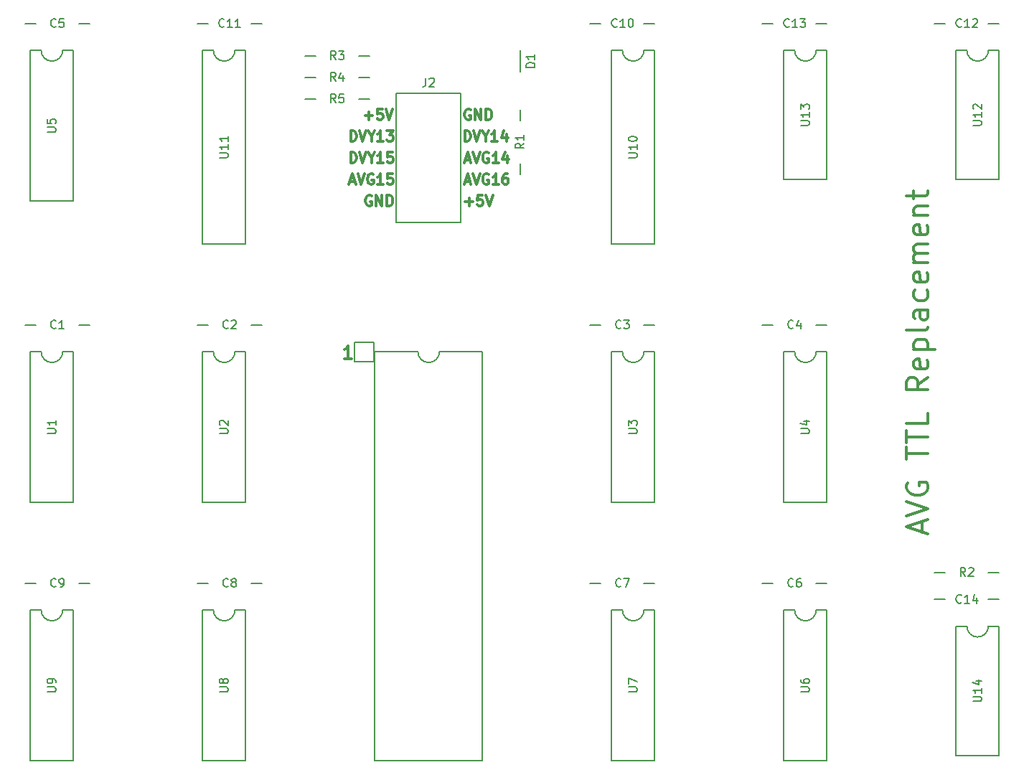
<source format=gbr>
G04 #@! TF.FileFunction,Legend,Top*
%FSLAX46Y46*%
G04 Gerber Fmt 4.6, Leading zero omitted, Abs format (unit mm)*
G04 Created by KiCad (PCBNEW 4.0.7) date 03/16/20 14:44:43*
%MOMM*%
%LPD*%
G01*
G04 APERTURE LIST*
%ADD10C,0.100000*%
%ADD11C,0.300000*%
%ADD12C,0.200000*%
%ADD13C,0.150000*%
G04 APERTURE END LIST*
D10*
D11*
X129968572Y-69385571D02*
X129111429Y-69385571D01*
X129540001Y-69385571D02*
X129540001Y-67885571D01*
X129397144Y-68099857D01*
X129254286Y-68242714D01*
X129111429Y-68314143D01*
D12*
X132588000Y-67437000D02*
X130302000Y-67437000D01*
X132588000Y-69723000D02*
X132588000Y-67437000D01*
X130302000Y-69723000D02*
X132588000Y-69723000D01*
X130302000Y-67437000D02*
X130302000Y-69723000D01*
D11*
X132308715Y-50200000D02*
X132194429Y-50142857D01*
X132023000Y-50142857D01*
X131851572Y-50200000D01*
X131737286Y-50314286D01*
X131680143Y-50428571D01*
X131623000Y-50657143D01*
X131623000Y-50828571D01*
X131680143Y-51057143D01*
X131737286Y-51171429D01*
X131851572Y-51285714D01*
X132023000Y-51342857D01*
X132137286Y-51342857D01*
X132308715Y-51285714D01*
X132365858Y-51228571D01*
X132365858Y-50828571D01*
X132137286Y-50828571D01*
X132880143Y-51342857D02*
X132880143Y-50142857D01*
X133565858Y-51342857D01*
X133565858Y-50142857D01*
X134137286Y-51342857D02*
X134137286Y-50142857D01*
X134423001Y-50142857D01*
X134594429Y-50200000D01*
X134708715Y-50314286D01*
X134765858Y-50428571D01*
X134823001Y-50657143D01*
X134823001Y-50828571D01*
X134765858Y-51057143D01*
X134708715Y-51171429D01*
X134594429Y-51285714D01*
X134423001Y-51342857D01*
X134137286Y-51342857D01*
X129791143Y-48460000D02*
X130362572Y-48460000D01*
X129676858Y-48802857D02*
X130076858Y-47602857D01*
X130476858Y-48802857D01*
X130705429Y-47602857D02*
X131105429Y-48802857D01*
X131505429Y-47602857D01*
X132534000Y-47660000D02*
X132419714Y-47602857D01*
X132248285Y-47602857D01*
X132076857Y-47660000D01*
X131962571Y-47774286D01*
X131905428Y-47888571D01*
X131848285Y-48117143D01*
X131848285Y-48288571D01*
X131905428Y-48517143D01*
X131962571Y-48631429D01*
X132076857Y-48745714D01*
X132248285Y-48802857D01*
X132362571Y-48802857D01*
X132534000Y-48745714D01*
X132591143Y-48688571D01*
X132591143Y-48288571D01*
X132362571Y-48288571D01*
X133734000Y-48802857D02*
X133048285Y-48802857D01*
X133391143Y-48802857D02*
X133391143Y-47602857D01*
X133276857Y-47774286D01*
X133162571Y-47888571D01*
X133048285Y-47945714D01*
X134819714Y-47602857D02*
X134248285Y-47602857D01*
X134191142Y-48174286D01*
X134248285Y-48117143D01*
X134362571Y-48060000D01*
X134648285Y-48060000D01*
X134762571Y-48117143D01*
X134819714Y-48174286D01*
X134876857Y-48288571D01*
X134876857Y-48574286D01*
X134819714Y-48688571D01*
X134762571Y-48745714D01*
X134648285Y-48802857D01*
X134362571Y-48802857D01*
X134248285Y-48745714D01*
X134191142Y-48688571D01*
X129848286Y-46262857D02*
X129848286Y-45062857D01*
X130134001Y-45062857D01*
X130305429Y-45120000D01*
X130419715Y-45234286D01*
X130476858Y-45348571D01*
X130534001Y-45577143D01*
X130534001Y-45748571D01*
X130476858Y-45977143D01*
X130419715Y-46091429D01*
X130305429Y-46205714D01*
X130134001Y-46262857D01*
X129848286Y-46262857D01*
X130876858Y-45062857D02*
X131276858Y-46262857D01*
X131676858Y-45062857D01*
X132305429Y-45691429D02*
X132305429Y-46262857D01*
X131905429Y-45062857D02*
X132305429Y-45691429D01*
X132705429Y-45062857D01*
X133734000Y-46262857D02*
X133048285Y-46262857D01*
X133391143Y-46262857D02*
X133391143Y-45062857D01*
X133276857Y-45234286D01*
X133162571Y-45348571D01*
X133048285Y-45405714D01*
X134819714Y-45062857D02*
X134248285Y-45062857D01*
X134191142Y-45634286D01*
X134248285Y-45577143D01*
X134362571Y-45520000D01*
X134648285Y-45520000D01*
X134762571Y-45577143D01*
X134819714Y-45634286D01*
X134876857Y-45748571D01*
X134876857Y-46034286D01*
X134819714Y-46148571D01*
X134762571Y-46205714D01*
X134648285Y-46262857D01*
X134362571Y-46262857D01*
X134248285Y-46205714D01*
X134191142Y-46148571D01*
X129848286Y-43722857D02*
X129848286Y-42522857D01*
X130134001Y-42522857D01*
X130305429Y-42580000D01*
X130419715Y-42694286D01*
X130476858Y-42808571D01*
X130534001Y-43037143D01*
X130534001Y-43208571D01*
X130476858Y-43437143D01*
X130419715Y-43551429D01*
X130305429Y-43665714D01*
X130134001Y-43722857D01*
X129848286Y-43722857D01*
X130876858Y-42522857D02*
X131276858Y-43722857D01*
X131676858Y-42522857D01*
X132305429Y-43151429D02*
X132305429Y-43722857D01*
X131905429Y-42522857D02*
X132305429Y-43151429D01*
X132705429Y-42522857D01*
X133734000Y-43722857D02*
X133048285Y-43722857D01*
X133391143Y-43722857D02*
X133391143Y-42522857D01*
X133276857Y-42694286D01*
X133162571Y-42808571D01*
X133048285Y-42865714D01*
X134134000Y-42522857D02*
X134876857Y-42522857D01*
X134476857Y-42980000D01*
X134648285Y-42980000D01*
X134762571Y-43037143D01*
X134819714Y-43094286D01*
X134876857Y-43208571D01*
X134876857Y-43494286D01*
X134819714Y-43608571D01*
X134762571Y-43665714D01*
X134648285Y-43722857D01*
X134305428Y-43722857D01*
X134191142Y-43665714D01*
X134134000Y-43608571D01*
X131553143Y-40725714D02*
X132467429Y-40725714D01*
X132010286Y-41182857D02*
X132010286Y-40268571D01*
X133610286Y-39982857D02*
X133038857Y-39982857D01*
X132981714Y-40554286D01*
X133038857Y-40497143D01*
X133153143Y-40440000D01*
X133438857Y-40440000D01*
X133553143Y-40497143D01*
X133610286Y-40554286D01*
X133667429Y-40668571D01*
X133667429Y-40954286D01*
X133610286Y-41068571D01*
X133553143Y-41125714D01*
X133438857Y-41182857D01*
X133153143Y-41182857D01*
X133038857Y-41125714D01*
X132981714Y-41068571D01*
X134010286Y-39982857D02*
X134410286Y-41182857D01*
X134810286Y-39982857D01*
X143364143Y-50885714D02*
X144278429Y-50885714D01*
X143821286Y-51342857D02*
X143821286Y-50428571D01*
X145421286Y-50142857D02*
X144849857Y-50142857D01*
X144792714Y-50714286D01*
X144849857Y-50657143D01*
X144964143Y-50600000D01*
X145249857Y-50600000D01*
X145364143Y-50657143D01*
X145421286Y-50714286D01*
X145478429Y-50828571D01*
X145478429Y-51114286D01*
X145421286Y-51228571D01*
X145364143Y-51285714D01*
X145249857Y-51342857D01*
X144964143Y-51342857D01*
X144849857Y-51285714D01*
X144792714Y-51228571D01*
X145821286Y-50142857D02*
X146221286Y-51342857D01*
X146621286Y-50142857D01*
X143380143Y-48460000D02*
X143951572Y-48460000D01*
X143265858Y-48802857D02*
X143665858Y-47602857D01*
X144065858Y-48802857D01*
X144294429Y-47602857D02*
X144694429Y-48802857D01*
X145094429Y-47602857D01*
X146123000Y-47660000D02*
X146008714Y-47602857D01*
X145837285Y-47602857D01*
X145665857Y-47660000D01*
X145551571Y-47774286D01*
X145494428Y-47888571D01*
X145437285Y-48117143D01*
X145437285Y-48288571D01*
X145494428Y-48517143D01*
X145551571Y-48631429D01*
X145665857Y-48745714D01*
X145837285Y-48802857D01*
X145951571Y-48802857D01*
X146123000Y-48745714D01*
X146180143Y-48688571D01*
X146180143Y-48288571D01*
X145951571Y-48288571D01*
X147323000Y-48802857D02*
X146637285Y-48802857D01*
X146980143Y-48802857D02*
X146980143Y-47602857D01*
X146865857Y-47774286D01*
X146751571Y-47888571D01*
X146637285Y-47945714D01*
X148351571Y-47602857D02*
X148123000Y-47602857D01*
X148008714Y-47660000D01*
X147951571Y-47717143D01*
X147837285Y-47888571D01*
X147780142Y-48117143D01*
X147780142Y-48574286D01*
X147837285Y-48688571D01*
X147894428Y-48745714D01*
X148008714Y-48802857D01*
X148237285Y-48802857D01*
X148351571Y-48745714D01*
X148408714Y-48688571D01*
X148465857Y-48574286D01*
X148465857Y-48288571D01*
X148408714Y-48174286D01*
X148351571Y-48117143D01*
X148237285Y-48060000D01*
X148008714Y-48060000D01*
X147894428Y-48117143D01*
X147837285Y-48174286D01*
X147780142Y-48288571D01*
X143380143Y-45920000D02*
X143951572Y-45920000D01*
X143265858Y-46262857D02*
X143665858Y-45062857D01*
X144065858Y-46262857D01*
X144294429Y-45062857D02*
X144694429Y-46262857D01*
X145094429Y-45062857D01*
X146123000Y-45120000D02*
X146008714Y-45062857D01*
X145837285Y-45062857D01*
X145665857Y-45120000D01*
X145551571Y-45234286D01*
X145494428Y-45348571D01*
X145437285Y-45577143D01*
X145437285Y-45748571D01*
X145494428Y-45977143D01*
X145551571Y-46091429D01*
X145665857Y-46205714D01*
X145837285Y-46262857D01*
X145951571Y-46262857D01*
X146123000Y-46205714D01*
X146180143Y-46148571D01*
X146180143Y-45748571D01*
X145951571Y-45748571D01*
X147323000Y-46262857D02*
X146637285Y-46262857D01*
X146980143Y-46262857D02*
X146980143Y-45062857D01*
X146865857Y-45234286D01*
X146751571Y-45348571D01*
X146637285Y-45405714D01*
X148351571Y-45462857D02*
X148351571Y-46262857D01*
X148065857Y-45005714D02*
X147780142Y-45862857D01*
X148523000Y-45862857D01*
X143310286Y-43722857D02*
X143310286Y-42522857D01*
X143596001Y-42522857D01*
X143767429Y-42580000D01*
X143881715Y-42694286D01*
X143938858Y-42808571D01*
X143996001Y-43037143D01*
X143996001Y-43208571D01*
X143938858Y-43437143D01*
X143881715Y-43551429D01*
X143767429Y-43665714D01*
X143596001Y-43722857D01*
X143310286Y-43722857D01*
X144338858Y-42522857D02*
X144738858Y-43722857D01*
X145138858Y-42522857D01*
X145767429Y-43151429D02*
X145767429Y-43722857D01*
X145367429Y-42522857D02*
X145767429Y-43151429D01*
X146167429Y-42522857D01*
X147196000Y-43722857D02*
X146510285Y-43722857D01*
X146853143Y-43722857D02*
X146853143Y-42522857D01*
X146738857Y-42694286D01*
X146624571Y-42808571D01*
X146510285Y-42865714D01*
X148224571Y-42922857D02*
X148224571Y-43722857D01*
X147938857Y-42465714D02*
X147653142Y-43322857D01*
X148396000Y-43322857D01*
X143992715Y-40040000D02*
X143878429Y-39982857D01*
X143707000Y-39982857D01*
X143535572Y-40040000D01*
X143421286Y-40154286D01*
X143364143Y-40268571D01*
X143307000Y-40497143D01*
X143307000Y-40668571D01*
X143364143Y-40897143D01*
X143421286Y-41011429D01*
X143535572Y-41125714D01*
X143707000Y-41182857D01*
X143821286Y-41182857D01*
X143992715Y-41125714D01*
X144049858Y-41068571D01*
X144049858Y-40668571D01*
X143821286Y-40668571D01*
X144564143Y-41182857D02*
X144564143Y-39982857D01*
X145249858Y-41182857D01*
X145249858Y-39982857D01*
X145821286Y-41182857D02*
X145821286Y-39982857D01*
X146107001Y-39982857D01*
X146278429Y-40040000D01*
X146392715Y-40154286D01*
X146449858Y-40268571D01*
X146507001Y-40497143D01*
X146507001Y-40668571D01*
X146449858Y-40897143D01*
X146392715Y-41011429D01*
X146278429Y-41125714D01*
X146107001Y-41182857D01*
X145821286Y-41182857D01*
X197273333Y-89867618D02*
X197273333Y-88658095D01*
X197999048Y-90109523D02*
X195459048Y-89262857D01*
X197999048Y-88416190D01*
X195459048Y-87932380D02*
X197999048Y-87085714D01*
X195459048Y-86239047D01*
X195580000Y-84061904D02*
X195459048Y-84303809D01*
X195459048Y-84666666D01*
X195580000Y-85029523D01*
X195821905Y-85271428D01*
X196063810Y-85392380D01*
X196547619Y-85513332D01*
X196910476Y-85513332D01*
X197394286Y-85392380D01*
X197636190Y-85271428D01*
X197878095Y-85029523D01*
X197999048Y-84666666D01*
X197999048Y-84424761D01*
X197878095Y-84061904D01*
X197757143Y-83940952D01*
X196910476Y-83940952D01*
X196910476Y-84424761D01*
X195459048Y-81279999D02*
X195459048Y-79828571D01*
X197999048Y-80554285D02*
X195459048Y-80554285D01*
X195459048Y-79344761D02*
X195459048Y-77893333D01*
X197999048Y-78619047D02*
X195459048Y-78619047D01*
X197999048Y-75837142D02*
X197999048Y-77046666D01*
X195459048Y-77046666D01*
X197999048Y-71603810D02*
X196789524Y-72450476D01*
X197999048Y-73055238D02*
X195459048Y-73055238D01*
X195459048Y-72087619D01*
X195580000Y-71845714D01*
X195700952Y-71724762D01*
X195942857Y-71603810D01*
X196305714Y-71603810D01*
X196547619Y-71724762D01*
X196668571Y-71845714D01*
X196789524Y-72087619D01*
X196789524Y-73055238D01*
X197878095Y-69547619D02*
X197999048Y-69789524D01*
X197999048Y-70273333D01*
X197878095Y-70515238D01*
X197636190Y-70636190D01*
X196668571Y-70636190D01*
X196426667Y-70515238D01*
X196305714Y-70273333D01*
X196305714Y-69789524D01*
X196426667Y-69547619D01*
X196668571Y-69426667D01*
X196910476Y-69426667D01*
X197152381Y-70636190D01*
X196305714Y-68338095D02*
X198845714Y-68338095D01*
X196426667Y-68338095D02*
X196305714Y-68096190D01*
X196305714Y-67612381D01*
X196426667Y-67370476D01*
X196547619Y-67249524D01*
X196789524Y-67128571D01*
X197515238Y-67128571D01*
X197757143Y-67249524D01*
X197878095Y-67370476D01*
X197999048Y-67612381D01*
X197999048Y-68096190D01*
X197878095Y-68338095D01*
X197999048Y-65677143D02*
X197878095Y-65919048D01*
X197636190Y-66040000D01*
X195459048Y-66040000D01*
X197999048Y-63620953D02*
X196668571Y-63620953D01*
X196426667Y-63741905D01*
X196305714Y-63983810D01*
X196305714Y-64467619D01*
X196426667Y-64709524D01*
X197878095Y-63620953D02*
X197999048Y-63862857D01*
X197999048Y-64467619D01*
X197878095Y-64709524D01*
X197636190Y-64830476D01*
X197394286Y-64830476D01*
X197152381Y-64709524D01*
X197031429Y-64467619D01*
X197031429Y-63862857D01*
X196910476Y-63620953D01*
X197878095Y-61322858D02*
X197999048Y-61564762D01*
X197999048Y-62048572D01*
X197878095Y-62290477D01*
X197757143Y-62411429D01*
X197515238Y-62532381D01*
X196789524Y-62532381D01*
X196547619Y-62411429D01*
X196426667Y-62290477D01*
X196305714Y-62048572D01*
X196305714Y-61564762D01*
X196426667Y-61322858D01*
X197878095Y-59266667D02*
X197999048Y-59508572D01*
X197999048Y-59992381D01*
X197878095Y-60234286D01*
X197636190Y-60355238D01*
X196668571Y-60355238D01*
X196426667Y-60234286D01*
X196305714Y-59992381D01*
X196305714Y-59508572D01*
X196426667Y-59266667D01*
X196668571Y-59145715D01*
X196910476Y-59145715D01*
X197152381Y-60355238D01*
X197999048Y-58057143D02*
X196305714Y-58057143D01*
X196547619Y-58057143D02*
X196426667Y-57936191D01*
X196305714Y-57694286D01*
X196305714Y-57331429D01*
X196426667Y-57089524D01*
X196668571Y-56968572D01*
X197999048Y-56968572D01*
X196668571Y-56968572D02*
X196426667Y-56847619D01*
X196305714Y-56605715D01*
X196305714Y-56242857D01*
X196426667Y-56000953D01*
X196668571Y-55880000D01*
X197999048Y-55880000D01*
X197878095Y-53702857D02*
X197999048Y-53944762D01*
X197999048Y-54428571D01*
X197878095Y-54670476D01*
X197636190Y-54791428D01*
X196668571Y-54791428D01*
X196426667Y-54670476D01*
X196305714Y-54428571D01*
X196305714Y-53944762D01*
X196426667Y-53702857D01*
X196668571Y-53581905D01*
X196910476Y-53581905D01*
X197152381Y-54791428D01*
X196305714Y-52493333D02*
X197999048Y-52493333D01*
X196547619Y-52493333D02*
X196426667Y-52372381D01*
X196305714Y-52130476D01*
X196305714Y-51767619D01*
X196426667Y-51525714D01*
X196668571Y-51404762D01*
X197999048Y-51404762D01*
X196305714Y-50558095D02*
X196305714Y-49590476D01*
X195459048Y-50195238D02*
X197636190Y-50195238D01*
X197878095Y-50074286D01*
X197999048Y-49832381D01*
X197999048Y-49590476D01*
D13*
X139065000Y-69850000D02*
G75*
G03X140335000Y-68580000I0J1270000D01*
G01*
X137795000Y-68580000D02*
G75*
G03X139065000Y-69850000I1270000J0D01*
G01*
X132715000Y-68580000D02*
X137795000Y-68580000D01*
X132715000Y-68580000D02*
X132715000Y-116840000D01*
X132715000Y-116840000D02*
X145415000Y-116840000D01*
X145415000Y-116840000D02*
X145415000Y-68580000D01*
X145415000Y-68580000D02*
X140335000Y-68580000D01*
X97155000Y-86360000D02*
X97155000Y-68580000D01*
X92075000Y-68580000D02*
X92075000Y-86360000D01*
X93345000Y-68580000D02*
G75*
G03X94615000Y-69850000I1270000J0D01*
G01*
X94615000Y-69850000D02*
G75*
G03X95885000Y-68580000I0J1270000D01*
G01*
X93345000Y-68580000D02*
X92075000Y-68580000D01*
X92075000Y-86360000D02*
X97155000Y-86360000D01*
X97155000Y-68580000D02*
X95885000Y-68580000D01*
X135255000Y-38100000D02*
X135255000Y-53340000D01*
X135255000Y-53340000D02*
X142875000Y-53340000D01*
X142875000Y-53340000D02*
X142875000Y-38100000D01*
X142875000Y-38100000D02*
X135255000Y-38100000D01*
X97155000Y-116840000D02*
X97155000Y-99060000D01*
X92075000Y-99060000D02*
X92075000Y-116840000D01*
X93345000Y-99060000D02*
G75*
G03X94615000Y-100330000I1270000J0D01*
G01*
X94615000Y-100330000D02*
G75*
G03X95885000Y-99060000I0J1270000D01*
G01*
X93345000Y-99060000D02*
X92075000Y-99060000D01*
X92075000Y-116840000D02*
X97155000Y-116840000D01*
X97155000Y-99060000D02*
X95885000Y-99060000D01*
X117475000Y-86360000D02*
X117475000Y-68580000D01*
X112395000Y-68580000D02*
X112395000Y-86360000D01*
X113665000Y-68580000D02*
G75*
G03X114935000Y-69850000I1270000J0D01*
G01*
X114935000Y-69850000D02*
G75*
G03X116205000Y-68580000I0J1270000D01*
G01*
X113665000Y-68580000D02*
X112395000Y-68580000D01*
X112395000Y-86360000D02*
X117475000Y-86360000D01*
X117475000Y-68580000D02*
X116205000Y-68580000D01*
X161925000Y-33020000D02*
G75*
G03X163195000Y-34290000I1270000J0D01*
G01*
X163195000Y-34290000D02*
G75*
G03X164465000Y-33020000I0J1270000D01*
G01*
X160655000Y-33020000D02*
X161925000Y-33020000D01*
X160655000Y-33020000D02*
X160655000Y-55880000D01*
X160655000Y-55880000D02*
X165735000Y-55880000D01*
X165735000Y-55880000D02*
X165735000Y-33020000D01*
X165735000Y-33020000D02*
X164465000Y-33020000D01*
X113665000Y-33020000D02*
G75*
G03X114935000Y-34290000I1270000J0D01*
G01*
X114935000Y-34290000D02*
G75*
G03X116205000Y-33020000I0J1270000D01*
G01*
X112395000Y-33020000D02*
X113665000Y-33020000D01*
X112395000Y-33020000D02*
X112395000Y-55880000D01*
X112395000Y-55880000D02*
X117475000Y-55880000D01*
X117475000Y-55880000D02*
X117475000Y-33020000D01*
X117475000Y-33020000D02*
X116205000Y-33020000D01*
X92710000Y-65405000D02*
X91440000Y-65405000D01*
X99060000Y-65405000D02*
X97790000Y-65405000D01*
X113030000Y-65405000D02*
X111760000Y-65405000D01*
X119380000Y-65405000D02*
X118110000Y-65405000D01*
X159385000Y-65405000D02*
X158115000Y-65405000D01*
X165735000Y-65405000D02*
X164465000Y-65405000D01*
X179705000Y-65405000D02*
X178435000Y-65405000D01*
X186055000Y-65405000D02*
X184785000Y-65405000D01*
X92710000Y-29845000D02*
X91440000Y-29845000D01*
X99060000Y-29845000D02*
X97790000Y-29845000D01*
X179705000Y-95885000D02*
X178435000Y-95885000D01*
X186055000Y-95885000D02*
X184785000Y-95885000D01*
X159385000Y-95885000D02*
X158115000Y-95885000D01*
X165735000Y-95885000D02*
X164465000Y-95885000D01*
X113030000Y-95885000D02*
X111760000Y-95885000D01*
X119380000Y-95885000D02*
X118110000Y-95885000D01*
X92710000Y-95885000D02*
X91440000Y-95885000D01*
X99060000Y-95885000D02*
X97790000Y-95885000D01*
X159385000Y-29845000D02*
X158115000Y-29845000D01*
X165735000Y-29845000D02*
X164465000Y-29845000D01*
X113030000Y-29845000D02*
X111760000Y-29845000D01*
X119380000Y-29845000D02*
X118110000Y-29845000D01*
X200025000Y-29845000D02*
X198755000Y-29845000D01*
X206375000Y-29845000D02*
X205105000Y-29845000D01*
X179705000Y-29845000D02*
X178435000Y-29845000D01*
X186055000Y-29845000D02*
X184785000Y-29845000D01*
X200025000Y-97790000D02*
X198755000Y-97790000D01*
X206375000Y-97790000D02*
X205105000Y-97790000D01*
X149860000Y-33020000D02*
X149860000Y-35560000D01*
X149860000Y-35560000D02*
X149860000Y-34290000D01*
X149860000Y-47625000D02*
X149860000Y-46355000D01*
X149860000Y-40005000D02*
X149860000Y-41275000D01*
X198755000Y-94615000D02*
X200025000Y-94615000D01*
X206375000Y-94615000D02*
X205105000Y-94615000D01*
X124460000Y-33655000D02*
X125730000Y-33655000D01*
X132080000Y-33655000D02*
X130810000Y-33655000D01*
X124460000Y-36195000D02*
X125730000Y-36195000D01*
X132080000Y-36195000D02*
X130810000Y-36195000D01*
X124460000Y-38735000D02*
X125730000Y-38735000D01*
X132080000Y-38735000D02*
X130810000Y-38735000D01*
X165735000Y-86360000D02*
X165735000Y-68580000D01*
X160655000Y-68580000D02*
X160655000Y-86360000D01*
X161925000Y-68580000D02*
G75*
G03X163195000Y-69850000I1270000J0D01*
G01*
X163195000Y-69850000D02*
G75*
G03X164465000Y-68580000I0J1270000D01*
G01*
X161925000Y-68580000D02*
X160655000Y-68580000D01*
X160655000Y-86360000D02*
X165735000Y-86360000D01*
X165735000Y-68580000D02*
X164465000Y-68580000D01*
X186055000Y-86360000D02*
X186055000Y-68580000D01*
X180975000Y-68580000D02*
X180975000Y-86360000D01*
X182245000Y-68580000D02*
G75*
G03X183515000Y-69850000I1270000J0D01*
G01*
X183515000Y-69850000D02*
G75*
G03X184785000Y-68580000I0J1270000D01*
G01*
X182245000Y-68580000D02*
X180975000Y-68580000D01*
X180975000Y-86360000D02*
X186055000Y-86360000D01*
X186055000Y-68580000D02*
X184785000Y-68580000D01*
X97155000Y-50800000D02*
X97155000Y-33020000D01*
X92075000Y-33020000D02*
X92075000Y-50800000D01*
X93345000Y-33020000D02*
G75*
G03X94615000Y-34290000I1270000J0D01*
G01*
X94615000Y-34290000D02*
G75*
G03X95885000Y-33020000I0J1270000D01*
G01*
X93345000Y-33020000D02*
X92075000Y-33020000D01*
X92075000Y-50800000D02*
X97155000Y-50800000D01*
X97155000Y-33020000D02*
X95885000Y-33020000D01*
X186055000Y-116840000D02*
X186055000Y-99060000D01*
X180975000Y-99060000D02*
X180975000Y-116840000D01*
X182245000Y-99060000D02*
G75*
G03X183515000Y-100330000I1270000J0D01*
G01*
X183515000Y-100330000D02*
G75*
G03X184785000Y-99060000I0J1270000D01*
G01*
X182245000Y-99060000D02*
X180975000Y-99060000D01*
X180975000Y-116840000D02*
X186055000Y-116840000D01*
X186055000Y-99060000D02*
X184785000Y-99060000D01*
X165735000Y-116840000D02*
X165735000Y-99060000D01*
X160655000Y-99060000D02*
X160655000Y-116840000D01*
X161925000Y-99060000D02*
G75*
G03X163195000Y-100330000I1270000J0D01*
G01*
X163195000Y-100330000D02*
G75*
G03X164465000Y-99060000I0J1270000D01*
G01*
X161925000Y-99060000D02*
X160655000Y-99060000D01*
X160655000Y-116840000D02*
X165735000Y-116840000D01*
X165735000Y-99060000D02*
X164465000Y-99060000D01*
X117475000Y-116840000D02*
X117475000Y-99060000D01*
X112395000Y-99060000D02*
X112395000Y-116840000D01*
X113665000Y-99060000D02*
G75*
G03X114935000Y-100330000I1270000J0D01*
G01*
X114935000Y-100330000D02*
G75*
G03X116205000Y-99060000I0J1270000D01*
G01*
X113665000Y-99060000D02*
X112395000Y-99060000D01*
X112395000Y-116840000D02*
X117475000Y-116840000D01*
X117475000Y-99060000D02*
X116205000Y-99060000D01*
X202565000Y-33020000D02*
G75*
G03X203835000Y-34290000I1270000J0D01*
G01*
X203835000Y-34290000D02*
G75*
G03X205105000Y-33020000I0J1270000D01*
G01*
X201295000Y-33020000D02*
X202565000Y-33020000D01*
X201295000Y-33020000D02*
X201295000Y-48260000D01*
X201295000Y-48260000D02*
X206375000Y-48260000D01*
X206375000Y-48260000D02*
X206375000Y-33020000D01*
X206375000Y-33020000D02*
X205105000Y-33020000D01*
X182245000Y-33020000D02*
G75*
G03X183515000Y-34290000I1270000J0D01*
G01*
X183515000Y-34290000D02*
G75*
G03X184785000Y-33020000I0J1270000D01*
G01*
X180975000Y-33020000D02*
X182245000Y-33020000D01*
X180975000Y-33020000D02*
X180975000Y-48260000D01*
X180975000Y-48260000D02*
X186055000Y-48260000D01*
X186055000Y-48260000D02*
X186055000Y-33020000D01*
X186055000Y-33020000D02*
X184785000Y-33020000D01*
X202565000Y-100965000D02*
G75*
G03X203835000Y-102235000I1270000J0D01*
G01*
X203835000Y-102235000D02*
G75*
G03X205105000Y-100965000I0J1270000D01*
G01*
X201295000Y-100965000D02*
X202565000Y-100965000D01*
X201295000Y-100965000D02*
X201295000Y-116205000D01*
X201295000Y-116205000D02*
X206375000Y-116205000D01*
X206375000Y-116205000D02*
X206375000Y-100965000D01*
X206375000Y-100965000D02*
X205105000Y-100965000D01*
X94067381Y-78231905D02*
X94876905Y-78231905D01*
X94972143Y-78184286D01*
X95019762Y-78136667D01*
X95067381Y-78041429D01*
X95067381Y-77850952D01*
X95019762Y-77755714D01*
X94972143Y-77708095D01*
X94876905Y-77660476D01*
X94067381Y-77660476D01*
X95067381Y-76660476D02*
X95067381Y-77231905D01*
X95067381Y-76946191D02*
X94067381Y-76946191D01*
X94210238Y-77041429D01*
X94305476Y-77136667D01*
X94353095Y-77231905D01*
X138731667Y-36282381D02*
X138731667Y-36996667D01*
X138684047Y-37139524D01*
X138588809Y-37234762D01*
X138445952Y-37282381D01*
X138350714Y-37282381D01*
X139160238Y-36377619D02*
X139207857Y-36330000D01*
X139303095Y-36282381D01*
X139541191Y-36282381D01*
X139636429Y-36330000D01*
X139684048Y-36377619D01*
X139731667Y-36472857D01*
X139731667Y-36568095D01*
X139684048Y-36710952D01*
X139112619Y-37282381D01*
X139731667Y-37282381D01*
X94067381Y-108711905D02*
X94876905Y-108711905D01*
X94972143Y-108664286D01*
X95019762Y-108616667D01*
X95067381Y-108521429D01*
X95067381Y-108330952D01*
X95019762Y-108235714D01*
X94972143Y-108188095D01*
X94876905Y-108140476D01*
X94067381Y-108140476D01*
X95067381Y-107616667D02*
X95067381Y-107426191D01*
X95019762Y-107330952D01*
X94972143Y-107283333D01*
X94829286Y-107188095D01*
X94638810Y-107140476D01*
X94257857Y-107140476D01*
X94162619Y-107188095D01*
X94115000Y-107235714D01*
X94067381Y-107330952D01*
X94067381Y-107521429D01*
X94115000Y-107616667D01*
X94162619Y-107664286D01*
X94257857Y-107711905D01*
X94495952Y-107711905D01*
X94591190Y-107664286D01*
X94638810Y-107616667D01*
X94686429Y-107521429D01*
X94686429Y-107330952D01*
X94638810Y-107235714D01*
X94591190Y-107188095D01*
X94495952Y-107140476D01*
X114387381Y-78231905D02*
X115196905Y-78231905D01*
X115292143Y-78184286D01*
X115339762Y-78136667D01*
X115387381Y-78041429D01*
X115387381Y-77850952D01*
X115339762Y-77755714D01*
X115292143Y-77708095D01*
X115196905Y-77660476D01*
X114387381Y-77660476D01*
X114482619Y-77231905D02*
X114435000Y-77184286D01*
X114387381Y-77089048D01*
X114387381Y-76850952D01*
X114435000Y-76755714D01*
X114482619Y-76708095D01*
X114577857Y-76660476D01*
X114673095Y-76660476D01*
X114815952Y-76708095D01*
X115387381Y-77279524D01*
X115387381Y-76660476D01*
X162647381Y-45688095D02*
X163456905Y-45688095D01*
X163552143Y-45640476D01*
X163599762Y-45592857D01*
X163647381Y-45497619D01*
X163647381Y-45307142D01*
X163599762Y-45211904D01*
X163552143Y-45164285D01*
X163456905Y-45116666D01*
X162647381Y-45116666D01*
X163647381Y-44116666D02*
X163647381Y-44688095D01*
X163647381Y-44402381D02*
X162647381Y-44402381D01*
X162790238Y-44497619D01*
X162885476Y-44592857D01*
X162933095Y-44688095D01*
X162647381Y-43497619D02*
X162647381Y-43402380D01*
X162695000Y-43307142D01*
X162742619Y-43259523D01*
X162837857Y-43211904D01*
X163028333Y-43164285D01*
X163266429Y-43164285D01*
X163456905Y-43211904D01*
X163552143Y-43259523D01*
X163599762Y-43307142D01*
X163647381Y-43402380D01*
X163647381Y-43497619D01*
X163599762Y-43592857D01*
X163552143Y-43640476D01*
X163456905Y-43688095D01*
X163266429Y-43735714D01*
X163028333Y-43735714D01*
X162837857Y-43688095D01*
X162742619Y-43640476D01*
X162695000Y-43592857D01*
X162647381Y-43497619D01*
X114387381Y-45688095D02*
X115196905Y-45688095D01*
X115292143Y-45640476D01*
X115339762Y-45592857D01*
X115387381Y-45497619D01*
X115387381Y-45307142D01*
X115339762Y-45211904D01*
X115292143Y-45164285D01*
X115196905Y-45116666D01*
X114387381Y-45116666D01*
X115387381Y-44116666D02*
X115387381Y-44688095D01*
X115387381Y-44402381D02*
X114387381Y-44402381D01*
X114530238Y-44497619D01*
X114625476Y-44592857D01*
X114673095Y-44688095D01*
X115387381Y-43164285D02*
X115387381Y-43735714D01*
X115387381Y-43450000D02*
X114387381Y-43450000D01*
X114530238Y-43545238D01*
X114625476Y-43640476D01*
X114673095Y-43735714D01*
X95083334Y-65762143D02*
X95035715Y-65809762D01*
X94892858Y-65857381D01*
X94797620Y-65857381D01*
X94654762Y-65809762D01*
X94559524Y-65714524D01*
X94511905Y-65619286D01*
X94464286Y-65428810D01*
X94464286Y-65285952D01*
X94511905Y-65095476D01*
X94559524Y-65000238D01*
X94654762Y-64905000D01*
X94797620Y-64857381D01*
X94892858Y-64857381D01*
X95035715Y-64905000D01*
X95083334Y-64952619D01*
X96035715Y-65857381D02*
X95464286Y-65857381D01*
X95750000Y-65857381D02*
X95750000Y-64857381D01*
X95654762Y-65000238D01*
X95559524Y-65095476D01*
X95464286Y-65143095D01*
X115403334Y-65762143D02*
X115355715Y-65809762D01*
X115212858Y-65857381D01*
X115117620Y-65857381D01*
X114974762Y-65809762D01*
X114879524Y-65714524D01*
X114831905Y-65619286D01*
X114784286Y-65428810D01*
X114784286Y-65285952D01*
X114831905Y-65095476D01*
X114879524Y-65000238D01*
X114974762Y-64905000D01*
X115117620Y-64857381D01*
X115212858Y-64857381D01*
X115355715Y-64905000D01*
X115403334Y-64952619D01*
X115784286Y-64952619D02*
X115831905Y-64905000D01*
X115927143Y-64857381D01*
X116165239Y-64857381D01*
X116260477Y-64905000D01*
X116308096Y-64952619D01*
X116355715Y-65047857D01*
X116355715Y-65143095D01*
X116308096Y-65285952D01*
X115736667Y-65857381D01*
X116355715Y-65857381D01*
X161758334Y-65762143D02*
X161710715Y-65809762D01*
X161567858Y-65857381D01*
X161472620Y-65857381D01*
X161329762Y-65809762D01*
X161234524Y-65714524D01*
X161186905Y-65619286D01*
X161139286Y-65428810D01*
X161139286Y-65285952D01*
X161186905Y-65095476D01*
X161234524Y-65000238D01*
X161329762Y-64905000D01*
X161472620Y-64857381D01*
X161567858Y-64857381D01*
X161710715Y-64905000D01*
X161758334Y-64952619D01*
X162091667Y-64857381D02*
X162710715Y-64857381D01*
X162377381Y-65238333D01*
X162520239Y-65238333D01*
X162615477Y-65285952D01*
X162663096Y-65333571D01*
X162710715Y-65428810D01*
X162710715Y-65666905D01*
X162663096Y-65762143D01*
X162615477Y-65809762D01*
X162520239Y-65857381D01*
X162234524Y-65857381D01*
X162139286Y-65809762D01*
X162091667Y-65762143D01*
X182078334Y-65762143D02*
X182030715Y-65809762D01*
X181887858Y-65857381D01*
X181792620Y-65857381D01*
X181649762Y-65809762D01*
X181554524Y-65714524D01*
X181506905Y-65619286D01*
X181459286Y-65428810D01*
X181459286Y-65285952D01*
X181506905Y-65095476D01*
X181554524Y-65000238D01*
X181649762Y-64905000D01*
X181792620Y-64857381D01*
X181887858Y-64857381D01*
X182030715Y-64905000D01*
X182078334Y-64952619D01*
X182935477Y-65190714D02*
X182935477Y-65857381D01*
X182697381Y-64809762D02*
X182459286Y-65524048D01*
X183078334Y-65524048D01*
X95083334Y-30202143D02*
X95035715Y-30249762D01*
X94892858Y-30297381D01*
X94797620Y-30297381D01*
X94654762Y-30249762D01*
X94559524Y-30154524D01*
X94511905Y-30059286D01*
X94464286Y-29868810D01*
X94464286Y-29725952D01*
X94511905Y-29535476D01*
X94559524Y-29440238D01*
X94654762Y-29345000D01*
X94797620Y-29297381D01*
X94892858Y-29297381D01*
X95035715Y-29345000D01*
X95083334Y-29392619D01*
X95988096Y-29297381D02*
X95511905Y-29297381D01*
X95464286Y-29773571D01*
X95511905Y-29725952D01*
X95607143Y-29678333D01*
X95845239Y-29678333D01*
X95940477Y-29725952D01*
X95988096Y-29773571D01*
X96035715Y-29868810D01*
X96035715Y-30106905D01*
X95988096Y-30202143D01*
X95940477Y-30249762D01*
X95845239Y-30297381D01*
X95607143Y-30297381D01*
X95511905Y-30249762D01*
X95464286Y-30202143D01*
X182078334Y-96242143D02*
X182030715Y-96289762D01*
X181887858Y-96337381D01*
X181792620Y-96337381D01*
X181649762Y-96289762D01*
X181554524Y-96194524D01*
X181506905Y-96099286D01*
X181459286Y-95908810D01*
X181459286Y-95765952D01*
X181506905Y-95575476D01*
X181554524Y-95480238D01*
X181649762Y-95385000D01*
X181792620Y-95337381D01*
X181887858Y-95337381D01*
X182030715Y-95385000D01*
X182078334Y-95432619D01*
X182935477Y-95337381D02*
X182745000Y-95337381D01*
X182649762Y-95385000D01*
X182602143Y-95432619D01*
X182506905Y-95575476D01*
X182459286Y-95765952D01*
X182459286Y-96146905D01*
X182506905Y-96242143D01*
X182554524Y-96289762D01*
X182649762Y-96337381D01*
X182840239Y-96337381D01*
X182935477Y-96289762D01*
X182983096Y-96242143D01*
X183030715Y-96146905D01*
X183030715Y-95908810D01*
X182983096Y-95813571D01*
X182935477Y-95765952D01*
X182840239Y-95718333D01*
X182649762Y-95718333D01*
X182554524Y-95765952D01*
X182506905Y-95813571D01*
X182459286Y-95908810D01*
X161758334Y-96242143D02*
X161710715Y-96289762D01*
X161567858Y-96337381D01*
X161472620Y-96337381D01*
X161329762Y-96289762D01*
X161234524Y-96194524D01*
X161186905Y-96099286D01*
X161139286Y-95908810D01*
X161139286Y-95765952D01*
X161186905Y-95575476D01*
X161234524Y-95480238D01*
X161329762Y-95385000D01*
X161472620Y-95337381D01*
X161567858Y-95337381D01*
X161710715Y-95385000D01*
X161758334Y-95432619D01*
X162091667Y-95337381D02*
X162758334Y-95337381D01*
X162329762Y-96337381D01*
X115403334Y-96242143D02*
X115355715Y-96289762D01*
X115212858Y-96337381D01*
X115117620Y-96337381D01*
X114974762Y-96289762D01*
X114879524Y-96194524D01*
X114831905Y-96099286D01*
X114784286Y-95908810D01*
X114784286Y-95765952D01*
X114831905Y-95575476D01*
X114879524Y-95480238D01*
X114974762Y-95385000D01*
X115117620Y-95337381D01*
X115212858Y-95337381D01*
X115355715Y-95385000D01*
X115403334Y-95432619D01*
X115974762Y-95765952D02*
X115879524Y-95718333D01*
X115831905Y-95670714D01*
X115784286Y-95575476D01*
X115784286Y-95527857D01*
X115831905Y-95432619D01*
X115879524Y-95385000D01*
X115974762Y-95337381D01*
X116165239Y-95337381D01*
X116260477Y-95385000D01*
X116308096Y-95432619D01*
X116355715Y-95527857D01*
X116355715Y-95575476D01*
X116308096Y-95670714D01*
X116260477Y-95718333D01*
X116165239Y-95765952D01*
X115974762Y-95765952D01*
X115879524Y-95813571D01*
X115831905Y-95861190D01*
X115784286Y-95956429D01*
X115784286Y-96146905D01*
X115831905Y-96242143D01*
X115879524Y-96289762D01*
X115974762Y-96337381D01*
X116165239Y-96337381D01*
X116260477Y-96289762D01*
X116308096Y-96242143D01*
X116355715Y-96146905D01*
X116355715Y-95956429D01*
X116308096Y-95861190D01*
X116260477Y-95813571D01*
X116165239Y-95765952D01*
X95083334Y-96242143D02*
X95035715Y-96289762D01*
X94892858Y-96337381D01*
X94797620Y-96337381D01*
X94654762Y-96289762D01*
X94559524Y-96194524D01*
X94511905Y-96099286D01*
X94464286Y-95908810D01*
X94464286Y-95765952D01*
X94511905Y-95575476D01*
X94559524Y-95480238D01*
X94654762Y-95385000D01*
X94797620Y-95337381D01*
X94892858Y-95337381D01*
X95035715Y-95385000D01*
X95083334Y-95432619D01*
X95559524Y-96337381D02*
X95750000Y-96337381D01*
X95845239Y-96289762D01*
X95892858Y-96242143D01*
X95988096Y-96099286D01*
X96035715Y-95908810D01*
X96035715Y-95527857D01*
X95988096Y-95432619D01*
X95940477Y-95385000D01*
X95845239Y-95337381D01*
X95654762Y-95337381D01*
X95559524Y-95385000D01*
X95511905Y-95432619D01*
X95464286Y-95527857D01*
X95464286Y-95765952D01*
X95511905Y-95861190D01*
X95559524Y-95908810D01*
X95654762Y-95956429D01*
X95845239Y-95956429D01*
X95940477Y-95908810D01*
X95988096Y-95861190D01*
X96035715Y-95765952D01*
X161282143Y-30202143D02*
X161234524Y-30249762D01*
X161091667Y-30297381D01*
X160996429Y-30297381D01*
X160853571Y-30249762D01*
X160758333Y-30154524D01*
X160710714Y-30059286D01*
X160663095Y-29868810D01*
X160663095Y-29725952D01*
X160710714Y-29535476D01*
X160758333Y-29440238D01*
X160853571Y-29345000D01*
X160996429Y-29297381D01*
X161091667Y-29297381D01*
X161234524Y-29345000D01*
X161282143Y-29392619D01*
X162234524Y-30297381D02*
X161663095Y-30297381D01*
X161948809Y-30297381D02*
X161948809Y-29297381D01*
X161853571Y-29440238D01*
X161758333Y-29535476D01*
X161663095Y-29583095D01*
X162853571Y-29297381D02*
X162948810Y-29297381D01*
X163044048Y-29345000D01*
X163091667Y-29392619D01*
X163139286Y-29487857D01*
X163186905Y-29678333D01*
X163186905Y-29916429D01*
X163139286Y-30106905D01*
X163091667Y-30202143D01*
X163044048Y-30249762D01*
X162948810Y-30297381D01*
X162853571Y-30297381D01*
X162758333Y-30249762D01*
X162710714Y-30202143D01*
X162663095Y-30106905D01*
X162615476Y-29916429D01*
X162615476Y-29678333D01*
X162663095Y-29487857D01*
X162710714Y-29392619D01*
X162758333Y-29345000D01*
X162853571Y-29297381D01*
X114927143Y-30202143D02*
X114879524Y-30249762D01*
X114736667Y-30297381D01*
X114641429Y-30297381D01*
X114498571Y-30249762D01*
X114403333Y-30154524D01*
X114355714Y-30059286D01*
X114308095Y-29868810D01*
X114308095Y-29725952D01*
X114355714Y-29535476D01*
X114403333Y-29440238D01*
X114498571Y-29345000D01*
X114641429Y-29297381D01*
X114736667Y-29297381D01*
X114879524Y-29345000D01*
X114927143Y-29392619D01*
X115879524Y-30297381D02*
X115308095Y-30297381D01*
X115593809Y-30297381D02*
X115593809Y-29297381D01*
X115498571Y-29440238D01*
X115403333Y-29535476D01*
X115308095Y-29583095D01*
X116831905Y-30297381D02*
X116260476Y-30297381D01*
X116546190Y-30297381D02*
X116546190Y-29297381D01*
X116450952Y-29440238D01*
X116355714Y-29535476D01*
X116260476Y-29583095D01*
X201922143Y-30202143D02*
X201874524Y-30249762D01*
X201731667Y-30297381D01*
X201636429Y-30297381D01*
X201493571Y-30249762D01*
X201398333Y-30154524D01*
X201350714Y-30059286D01*
X201303095Y-29868810D01*
X201303095Y-29725952D01*
X201350714Y-29535476D01*
X201398333Y-29440238D01*
X201493571Y-29345000D01*
X201636429Y-29297381D01*
X201731667Y-29297381D01*
X201874524Y-29345000D01*
X201922143Y-29392619D01*
X202874524Y-30297381D02*
X202303095Y-30297381D01*
X202588809Y-30297381D02*
X202588809Y-29297381D01*
X202493571Y-29440238D01*
X202398333Y-29535476D01*
X202303095Y-29583095D01*
X203255476Y-29392619D02*
X203303095Y-29345000D01*
X203398333Y-29297381D01*
X203636429Y-29297381D01*
X203731667Y-29345000D01*
X203779286Y-29392619D01*
X203826905Y-29487857D01*
X203826905Y-29583095D01*
X203779286Y-29725952D01*
X203207857Y-30297381D01*
X203826905Y-30297381D01*
X181602143Y-30202143D02*
X181554524Y-30249762D01*
X181411667Y-30297381D01*
X181316429Y-30297381D01*
X181173571Y-30249762D01*
X181078333Y-30154524D01*
X181030714Y-30059286D01*
X180983095Y-29868810D01*
X180983095Y-29725952D01*
X181030714Y-29535476D01*
X181078333Y-29440238D01*
X181173571Y-29345000D01*
X181316429Y-29297381D01*
X181411667Y-29297381D01*
X181554524Y-29345000D01*
X181602143Y-29392619D01*
X182554524Y-30297381D02*
X181983095Y-30297381D01*
X182268809Y-30297381D02*
X182268809Y-29297381D01*
X182173571Y-29440238D01*
X182078333Y-29535476D01*
X181983095Y-29583095D01*
X182887857Y-29297381D02*
X183506905Y-29297381D01*
X183173571Y-29678333D01*
X183316429Y-29678333D01*
X183411667Y-29725952D01*
X183459286Y-29773571D01*
X183506905Y-29868810D01*
X183506905Y-30106905D01*
X183459286Y-30202143D01*
X183411667Y-30249762D01*
X183316429Y-30297381D01*
X183030714Y-30297381D01*
X182935476Y-30249762D01*
X182887857Y-30202143D01*
X201922143Y-98147143D02*
X201874524Y-98194762D01*
X201731667Y-98242381D01*
X201636429Y-98242381D01*
X201493571Y-98194762D01*
X201398333Y-98099524D01*
X201350714Y-98004286D01*
X201303095Y-97813810D01*
X201303095Y-97670952D01*
X201350714Y-97480476D01*
X201398333Y-97385238D01*
X201493571Y-97290000D01*
X201636429Y-97242381D01*
X201731667Y-97242381D01*
X201874524Y-97290000D01*
X201922143Y-97337619D01*
X202874524Y-98242381D02*
X202303095Y-98242381D01*
X202588809Y-98242381D02*
X202588809Y-97242381D01*
X202493571Y-97385238D01*
X202398333Y-97480476D01*
X202303095Y-97528095D01*
X203731667Y-97575714D02*
X203731667Y-98242381D01*
X203493571Y-97194762D02*
X203255476Y-97909048D01*
X203874524Y-97909048D01*
X151582381Y-35028095D02*
X150582381Y-35028095D01*
X150582381Y-34790000D01*
X150630000Y-34647142D01*
X150725238Y-34551904D01*
X150820476Y-34504285D01*
X151010952Y-34456666D01*
X151153810Y-34456666D01*
X151344286Y-34504285D01*
X151439524Y-34551904D01*
X151534762Y-34647142D01*
X151582381Y-34790000D01*
X151582381Y-35028095D01*
X151582381Y-33504285D02*
X151582381Y-34075714D01*
X151582381Y-33790000D02*
X150582381Y-33790000D01*
X150725238Y-33885238D01*
X150820476Y-33980476D01*
X150868095Y-34075714D01*
X150312381Y-43981666D02*
X149836190Y-44315000D01*
X150312381Y-44553095D02*
X149312381Y-44553095D01*
X149312381Y-44172142D01*
X149360000Y-44076904D01*
X149407619Y-44029285D01*
X149502857Y-43981666D01*
X149645714Y-43981666D01*
X149740952Y-44029285D01*
X149788571Y-44076904D01*
X149836190Y-44172142D01*
X149836190Y-44553095D01*
X150312381Y-43029285D02*
X150312381Y-43600714D01*
X150312381Y-43315000D02*
X149312381Y-43315000D01*
X149455238Y-43410238D01*
X149550476Y-43505476D01*
X149598095Y-43600714D01*
X202398334Y-95067381D02*
X202065000Y-94591190D01*
X201826905Y-95067381D02*
X201826905Y-94067381D01*
X202207858Y-94067381D01*
X202303096Y-94115000D01*
X202350715Y-94162619D01*
X202398334Y-94257857D01*
X202398334Y-94400714D01*
X202350715Y-94495952D01*
X202303096Y-94543571D01*
X202207858Y-94591190D01*
X201826905Y-94591190D01*
X202779286Y-94162619D02*
X202826905Y-94115000D01*
X202922143Y-94067381D01*
X203160239Y-94067381D01*
X203255477Y-94115000D01*
X203303096Y-94162619D01*
X203350715Y-94257857D01*
X203350715Y-94353095D01*
X203303096Y-94495952D01*
X202731667Y-95067381D01*
X203350715Y-95067381D01*
X128103334Y-34107381D02*
X127770000Y-33631190D01*
X127531905Y-34107381D02*
X127531905Y-33107381D01*
X127912858Y-33107381D01*
X128008096Y-33155000D01*
X128055715Y-33202619D01*
X128103334Y-33297857D01*
X128103334Y-33440714D01*
X128055715Y-33535952D01*
X128008096Y-33583571D01*
X127912858Y-33631190D01*
X127531905Y-33631190D01*
X128436667Y-33107381D02*
X129055715Y-33107381D01*
X128722381Y-33488333D01*
X128865239Y-33488333D01*
X128960477Y-33535952D01*
X129008096Y-33583571D01*
X129055715Y-33678810D01*
X129055715Y-33916905D01*
X129008096Y-34012143D01*
X128960477Y-34059762D01*
X128865239Y-34107381D01*
X128579524Y-34107381D01*
X128484286Y-34059762D01*
X128436667Y-34012143D01*
X128103334Y-36647381D02*
X127770000Y-36171190D01*
X127531905Y-36647381D02*
X127531905Y-35647381D01*
X127912858Y-35647381D01*
X128008096Y-35695000D01*
X128055715Y-35742619D01*
X128103334Y-35837857D01*
X128103334Y-35980714D01*
X128055715Y-36075952D01*
X128008096Y-36123571D01*
X127912858Y-36171190D01*
X127531905Y-36171190D01*
X128960477Y-35980714D02*
X128960477Y-36647381D01*
X128722381Y-35599762D02*
X128484286Y-36314048D01*
X129103334Y-36314048D01*
X128103334Y-39187381D02*
X127770000Y-38711190D01*
X127531905Y-39187381D02*
X127531905Y-38187381D01*
X127912858Y-38187381D01*
X128008096Y-38235000D01*
X128055715Y-38282619D01*
X128103334Y-38377857D01*
X128103334Y-38520714D01*
X128055715Y-38615952D01*
X128008096Y-38663571D01*
X127912858Y-38711190D01*
X127531905Y-38711190D01*
X129008096Y-38187381D02*
X128531905Y-38187381D01*
X128484286Y-38663571D01*
X128531905Y-38615952D01*
X128627143Y-38568333D01*
X128865239Y-38568333D01*
X128960477Y-38615952D01*
X129008096Y-38663571D01*
X129055715Y-38758810D01*
X129055715Y-38996905D01*
X129008096Y-39092143D01*
X128960477Y-39139762D01*
X128865239Y-39187381D01*
X128627143Y-39187381D01*
X128531905Y-39139762D01*
X128484286Y-39092143D01*
X162647381Y-78231905D02*
X163456905Y-78231905D01*
X163552143Y-78184286D01*
X163599762Y-78136667D01*
X163647381Y-78041429D01*
X163647381Y-77850952D01*
X163599762Y-77755714D01*
X163552143Y-77708095D01*
X163456905Y-77660476D01*
X162647381Y-77660476D01*
X162647381Y-77279524D02*
X162647381Y-76660476D01*
X163028333Y-76993810D01*
X163028333Y-76850952D01*
X163075952Y-76755714D01*
X163123571Y-76708095D01*
X163218810Y-76660476D01*
X163456905Y-76660476D01*
X163552143Y-76708095D01*
X163599762Y-76755714D01*
X163647381Y-76850952D01*
X163647381Y-77136667D01*
X163599762Y-77231905D01*
X163552143Y-77279524D01*
X182967381Y-78231905D02*
X183776905Y-78231905D01*
X183872143Y-78184286D01*
X183919762Y-78136667D01*
X183967381Y-78041429D01*
X183967381Y-77850952D01*
X183919762Y-77755714D01*
X183872143Y-77708095D01*
X183776905Y-77660476D01*
X182967381Y-77660476D01*
X183300714Y-76755714D02*
X183967381Y-76755714D01*
X182919762Y-76993810D02*
X183634048Y-77231905D01*
X183634048Y-76612857D01*
X94067381Y-42671905D02*
X94876905Y-42671905D01*
X94972143Y-42624286D01*
X95019762Y-42576667D01*
X95067381Y-42481429D01*
X95067381Y-42290952D01*
X95019762Y-42195714D01*
X94972143Y-42148095D01*
X94876905Y-42100476D01*
X94067381Y-42100476D01*
X94067381Y-41148095D02*
X94067381Y-41624286D01*
X94543571Y-41671905D01*
X94495952Y-41624286D01*
X94448333Y-41529048D01*
X94448333Y-41290952D01*
X94495952Y-41195714D01*
X94543571Y-41148095D01*
X94638810Y-41100476D01*
X94876905Y-41100476D01*
X94972143Y-41148095D01*
X95019762Y-41195714D01*
X95067381Y-41290952D01*
X95067381Y-41529048D01*
X95019762Y-41624286D01*
X94972143Y-41671905D01*
X182967381Y-108711905D02*
X183776905Y-108711905D01*
X183872143Y-108664286D01*
X183919762Y-108616667D01*
X183967381Y-108521429D01*
X183967381Y-108330952D01*
X183919762Y-108235714D01*
X183872143Y-108188095D01*
X183776905Y-108140476D01*
X182967381Y-108140476D01*
X182967381Y-107235714D02*
X182967381Y-107426191D01*
X183015000Y-107521429D01*
X183062619Y-107569048D01*
X183205476Y-107664286D01*
X183395952Y-107711905D01*
X183776905Y-107711905D01*
X183872143Y-107664286D01*
X183919762Y-107616667D01*
X183967381Y-107521429D01*
X183967381Y-107330952D01*
X183919762Y-107235714D01*
X183872143Y-107188095D01*
X183776905Y-107140476D01*
X183538810Y-107140476D01*
X183443571Y-107188095D01*
X183395952Y-107235714D01*
X183348333Y-107330952D01*
X183348333Y-107521429D01*
X183395952Y-107616667D01*
X183443571Y-107664286D01*
X183538810Y-107711905D01*
X162647381Y-108711905D02*
X163456905Y-108711905D01*
X163552143Y-108664286D01*
X163599762Y-108616667D01*
X163647381Y-108521429D01*
X163647381Y-108330952D01*
X163599762Y-108235714D01*
X163552143Y-108188095D01*
X163456905Y-108140476D01*
X162647381Y-108140476D01*
X162647381Y-107759524D02*
X162647381Y-107092857D01*
X163647381Y-107521429D01*
X114387381Y-108711905D02*
X115196905Y-108711905D01*
X115292143Y-108664286D01*
X115339762Y-108616667D01*
X115387381Y-108521429D01*
X115387381Y-108330952D01*
X115339762Y-108235714D01*
X115292143Y-108188095D01*
X115196905Y-108140476D01*
X114387381Y-108140476D01*
X114815952Y-107521429D02*
X114768333Y-107616667D01*
X114720714Y-107664286D01*
X114625476Y-107711905D01*
X114577857Y-107711905D01*
X114482619Y-107664286D01*
X114435000Y-107616667D01*
X114387381Y-107521429D01*
X114387381Y-107330952D01*
X114435000Y-107235714D01*
X114482619Y-107188095D01*
X114577857Y-107140476D01*
X114625476Y-107140476D01*
X114720714Y-107188095D01*
X114768333Y-107235714D01*
X114815952Y-107330952D01*
X114815952Y-107521429D01*
X114863571Y-107616667D01*
X114911190Y-107664286D01*
X115006429Y-107711905D01*
X115196905Y-107711905D01*
X115292143Y-107664286D01*
X115339762Y-107616667D01*
X115387381Y-107521429D01*
X115387381Y-107330952D01*
X115339762Y-107235714D01*
X115292143Y-107188095D01*
X115196905Y-107140476D01*
X115006429Y-107140476D01*
X114911190Y-107188095D01*
X114863571Y-107235714D01*
X114815952Y-107330952D01*
X203287381Y-41878095D02*
X204096905Y-41878095D01*
X204192143Y-41830476D01*
X204239762Y-41782857D01*
X204287381Y-41687619D01*
X204287381Y-41497142D01*
X204239762Y-41401904D01*
X204192143Y-41354285D01*
X204096905Y-41306666D01*
X203287381Y-41306666D01*
X204287381Y-40306666D02*
X204287381Y-40878095D01*
X204287381Y-40592381D02*
X203287381Y-40592381D01*
X203430238Y-40687619D01*
X203525476Y-40782857D01*
X203573095Y-40878095D01*
X203382619Y-39925714D02*
X203335000Y-39878095D01*
X203287381Y-39782857D01*
X203287381Y-39544761D01*
X203335000Y-39449523D01*
X203382619Y-39401904D01*
X203477857Y-39354285D01*
X203573095Y-39354285D01*
X203715952Y-39401904D01*
X204287381Y-39973333D01*
X204287381Y-39354285D01*
X182967381Y-41878095D02*
X183776905Y-41878095D01*
X183872143Y-41830476D01*
X183919762Y-41782857D01*
X183967381Y-41687619D01*
X183967381Y-41497142D01*
X183919762Y-41401904D01*
X183872143Y-41354285D01*
X183776905Y-41306666D01*
X182967381Y-41306666D01*
X183967381Y-40306666D02*
X183967381Y-40878095D01*
X183967381Y-40592381D02*
X182967381Y-40592381D01*
X183110238Y-40687619D01*
X183205476Y-40782857D01*
X183253095Y-40878095D01*
X182967381Y-39973333D02*
X182967381Y-39354285D01*
X183348333Y-39687619D01*
X183348333Y-39544761D01*
X183395952Y-39449523D01*
X183443571Y-39401904D01*
X183538810Y-39354285D01*
X183776905Y-39354285D01*
X183872143Y-39401904D01*
X183919762Y-39449523D01*
X183967381Y-39544761D01*
X183967381Y-39830476D01*
X183919762Y-39925714D01*
X183872143Y-39973333D01*
X203287381Y-109823095D02*
X204096905Y-109823095D01*
X204192143Y-109775476D01*
X204239762Y-109727857D01*
X204287381Y-109632619D01*
X204287381Y-109442142D01*
X204239762Y-109346904D01*
X204192143Y-109299285D01*
X204096905Y-109251666D01*
X203287381Y-109251666D01*
X204287381Y-108251666D02*
X204287381Y-108823095D01*
X204287381Y-108537381D02*
X203287381Y-108537381D01*
X203430238Y-108632619D01*
X203525476Y-108727857D01*
X203573095Y-108823095D01*
X203620714Y-107394523D02*
X204287381Y-107394523D01*
X203239762Y-107632619D02*
X203954048Y-107870714D01*
X203954048Y-107251666D01*
M02*

</source>
